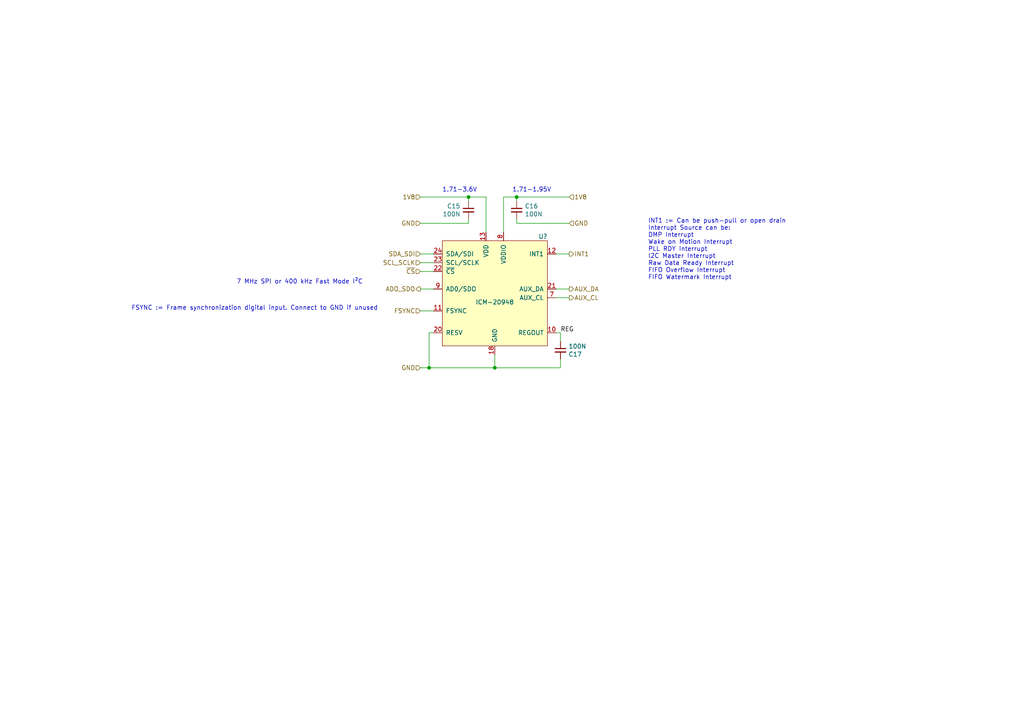
<source format=kicad_sch>
(kicad_sch (version 20211123) (generator eeschema)
  (paper "A4")
  (lib_symbols
    (symbol "Device:C_Small" (pin_numbers hide) (pin_names (offset 0.254) hide)
      (property "Reference" "C" (at 0.254 1.778 0))
      (property "Value" "C_Small" (at 0.254 -2.032 0))
      (symbol "C_Small_0_1"
        (polyline (pts (xy -1.524 -0.508) (xy 1.524 -0.508)) (stroke (width 0.3302)))
        (polyline (pts (xy -1.524 0.508) (xy 1.524 0.508)) (stroke (width 0.3048)))
      )
      (symbol "C_Small_1_1"
        (pin passive line (at 0 2.54 270) (length 2.032) (name "~") (number "1"))
        (pin passive line (at 0 -2.54 90) (length 2.032) (name "~") (number "2"))
      )
    )
    (symbol "william_imu:ICM-20948" (pin_names (offset 1.016))
      (property "Reference" "U" (at 13.97 19.05 0))
      (property "Value" "ICM-20948" (at 10.16 16.51 0))
      (symbol "ICM-20948_0_1"
        (rectangle (start -15.24 15.24) (end 15.24 -15.24) (fill (type background)))
      )
      (symbol "ICM-20948_1_1"
        (pin no_connect line (at 15.24 6.35 180) (length 2.54) hide (name "NC") (number "1"))
        (pin power_out line (at 17.78 -11.43 180) (length 2.54) (name "REGOUT") (number "10"))
        (pin input line (at -17.78 -5.08 0) (length 2.54) (name "FSYNC") (number "11"))
        (pin output line (at 17.78 11.43 180) (length 2.54) (name "INT1") (number "12"))
        (pin power_in line (at -2.54 17.78 270) (length 2.54) (name "VDD") (number "13"))
        (pin no_connect line (at 15.24 8.89 180) (length 2.54) hide (name "NC") (number "14"))
        (pin no_connect line (at 15.24 -7.62 180) (length 2.54) hide (name "NC") (number "15"))
        (pin no_connect line (at 15.24 -6.35 180) (length 2.54) hide (name "NC") (number "16"))
        (pin no_connect line (at 15.24 3.81 180) (length 2.54) hide (name "NC") (number "17"))
        (pin power_in line (at 0 -17.78 90) (length 2.54) (name "GND") (number "18"))
        (pin no_connect line (at 15.24 7.62 180) (length 2.54) hide (name "RESV") (number "19"))
        (pin no_connect line (at 15.24 -5.08 180) (length 2.54) hide (name "NC") (number "2"))
        (pin input line (at -17.78 -11.43 0) (length 2.54) (name "RESV") (number "20"))
        (pin bidirectional line (at 17.78 1.27 180) (length 2.54) (name "AUX_DA") (number "21"))
        (pin input line (at -17.78 6.35 0) (length 2.54) (name "~{CS}") (number "22"))
        (pin input line (at -17.78 8.89 0) (length 2.54) (name "SCL/SCLK") (number "23"))
        (pin bidirectional line (at -17.78 11.43 0) (length 2.54) (name "SDA/SDI") (number "24"))
        (pin no_connect line (at 15.24 -3.81 180) (length 2.54) hide (name "NC") (number "3"))
        (pin no_connect line (at 15.24 5.08 180) (length 2.54) hide (name "NC") (number "4"))
        (pin no_connect line (at 15.24 -8.89 180) (length 2.54) hide (name "NC") (number "5"))
        (pin no_connect line (at 15.24 -2.54 180) (length 2.54) hide (name "NC") (number "6"))
        (pin output line (at 17.78 -1.27 180) (length 2.54) (name "AUX_CL") (number "7"))
        (pin power_in line (at 2.54 17.78 270) (length 2.54) (name "VDDIO") (number "8"))
        (pin input line (at -17.78 1.27 0) (length 2.54) (name "AD0/SDO") (number "9"))
      )
    )
  )
  (junction (at 135.89 57.15))
  (junction (at 124.46 106.68))
  (junction (at 143.51 106.68))
  (junction (at 149.86 57.15))
  (wire (pts (xy 162.56 96.52) (xy 161.29 96.52)))
  (wire (pts (xy 121.92 106.68) (xy 124.46 106.68)))
  (wire (pts (xy 121.92 83.82) (xy 125.73 83.82)))
  (wire (pts (xy 165.1 83.82) (xy 161.29 83.82)))
  (wire (pts (xy 135.89 63.5) (xy 135.89 64.77)))
  (wire (pts (xy 149.86 58.42) (xy 149.86 57.15)))
  (wire (pts (xy 165.1 86.36) (xy 161.29 86.36)))
  (wire (pts (xy 135.89 58.42) (xy 135.89 57.15)))
  (wire (pts (xy 165.1 73.66) (xy 161.29 73.66)))
  (wire (pts (xy 135.89 57.15) (xy 121.92 57.15)))
  (wire (pts (xy 125.73 96.52) (xy 124.46 96.52)))
  (wire (pts (xy 162.56 96.52) (xy 162.56 99.06)))
  (wire (pts (xy 125.73 76.2) (xy 121.92 76.2)))
  (wire (pts (xy 135.89 64.77) (xy 121.92 64.77)))
  (wire (pts (xy 140.97 57.15) (xy 140.97 67.31)))
  (wire (pts (xy 146.05 57.15) (xy 146.05 67.31)))
  (wire (pts (xy 135.89 57.15) (xy 140.97 57.15)))
  (wire (pts (xy 121.92 90.17) (xy 125.73 90.17)))
  (wire (pts (xy 124.46 96.52) (xy 124.46 106.68)))
  (wire (pts (xy 149.86 57.15) (xy 165.1 57.15)))
  (wire (pts (xy 121.92 78.74) (xy 125.73 78.74)))
  (wire (pts (xy 149.86 63.5) (xy 149.86 64.77)))
  (wire (pts (xy 165.1 64.77) (xy 149.86 64.77)))
  (wire (pts (xy 143.51 106.68) (xy 162.56 106.68)))
  (wire (pts (xy 143.51 102.87) (xy 143.51 106.68)))
  (wire (pts (xy 162.56 104.14) (xy 162.56 106.68)))
  (wire (pts (xy 149.86 57.15) (xy 146.05 57.15)))
  (wire (pts (xy 124.46 106.68) (xy 143.51 106.68)))
  (wire (pts (xy 121.92 73.66) (xy 125.73 73.66)))
  (text "FSYNC := Frame synchronization digital input. Connect to GND if unused" (at 38.1 90.17 0) (effects (font (size 1.27 1.27)) (justify left bottom)))
  (text "7 MHz SPI or 400 kHz Fast Mode I²C" (at 68.58 82.55 0) (effects (font (size 1.27 1.27)) (justify left bottom)))
  (text "1.71-1.95V" (at 148.59 55.88 0) (effects (font (size 1.27 1.27)) (justify left bottom)))
  (text "1.71-3.6V" (at 128.27 55.88 0) (effects (font (size 1.27 1.27)) (justify left bottom)))
  (text "INT1 := Can be push-pull or open drain\nInterrupt Source can be:\nDMP Interrupt\nWake on Motion Interrupt\nPLL RDY Interrupt\nI2C Master Interrupt\nRaw Data Ready Interrupt\nFIFO Overflow Interrupt\nFIFO Watermark Interrupt" (at 187.96 81.28 0) (effects (font (size 1.27 1.27)) (justify left bottom)))
  (label "REG" (at 162.56 96.52 0))
  (hierarchical_label "AUX_CL" (shape output) (at 165.1 86.36 0))
  (hierarchical_label "AUX_DA" (shape output) (at 165.1 83.82 0))
  (hierarchical_label "GND" (shape input) (at 121.92 106.68 180))
  (hierarchical_label "ADO_SDO" (shape output) (at 121.92 83.82 180))
  (hierarchical_label "GND" (shape input) (at 165.1 64.77 0))
  (hierarchical_label "1V8" (shape input) (at 165.1 57.15 0))
  (hierarchical_label "INT1" (shape output) (at 165.1 73.66 0))
  (hierarchical_label "SDA_SDI" (shape input) (at 121.92 73.66 180))
  (hierarchical_label "FSYNC" (shape input) (at 121.92 90.17 180))
  (hierarchical_label "1V8" (shape input) (at 121.92 57.15 180))
  (hierarchical_label "SCL_SCLK" (shape input) (at 121.92 76.2 180))
  (hierarchical_label "~{CS}" (shape input) (at 121.92 78.74 180))
  (hierarchical_label "GND" (shape input) (at 121.92 64.77 180))
  (symbol (lib_id "william_imu:ICM-20948") (at 143.51 85.09 0) (unit 1)
    (property "Reference" "U?" (at 157.48 68.58 0))
    (property "Value" "ICM-20948" (at 143.51 87.63 0))
    (property "Footprint" "william_imu:ICM-20948" (effects hide))
  )
  (symbol (lib_id "Device:C_Small") (at 162.56 101.6 0) (mirror y) (unit 1)
    (property "Reference" "C17" (at 164.8714 102.7684 0) (effects (justify right)))
    (property "Value" "100N" (at 164.8714 100.457 0) (effects (justify right)))
    (property "Footprint" "Capacitor_SMD:C_0603_1608Metric" (effects hide))
  )
  (symbol (lib_id "Device:C_Small") (at 135.89 60.96 0) (unit 1)
    (property "Reference" "C15" (at 133.5532 59.7916 0) (effects (justify right)))
    (property "Value" "100N" (at 133.5532 62.103 0) (effects (justify right)))
    (property "Footprint" "Capacitor_SMD:C_0603_1608Metric" (effects hide))
  )
  (symbol (lib_id "Device:C_Small") (at 149.86 60.96 0) (mirror y) (unit 1)
    (property "Reference" "C16" (at 152.1968 59.7916 0) (effects (justify right)))
    (property "Value" "100N" (at 152.1968 62.103 0) (effects (justify right)))
    (property "Footprint" "Capacitor_SMD:C_0603_1608Metric" (effects hide))
  )
)
</source>
